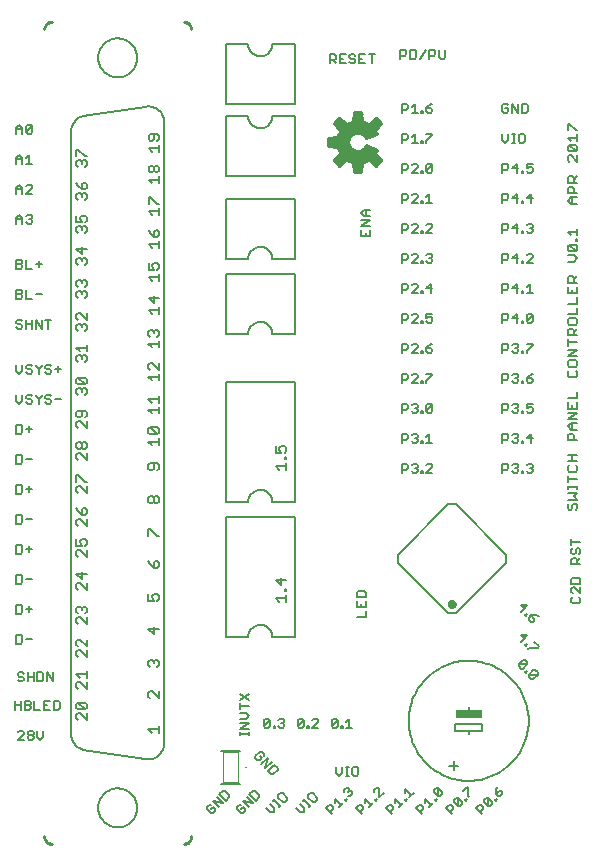
<source format=gto>
G75*
%MOIN*%
%OFA0B0*%
%FSLAX24Y24*%
%IPPOS*%
%LPD*%
%AMOC8*
5,1,8,0,0,1.08239X$1,22.5*
%
%ADD10C,0.0050*%
%ADD11C,0.0200*%
%ADD12C,0.0060*%
%ADD13C,0.0100*%
%ADD14C,0.0004*%
%ADD15C,0.0030*%
%ADD16R,0.0900X0.0250*%
D10*
X002775Y004462D02*
X002975Y004662D01*
X002975Y004712D01*
X002925Y004762D01*
X002825Y004762D01*
X002775Y004712D01*
X002775Y004462D02*
X002975Y004462D01*
X003097Y004512D02*
X003097Y004562D01*
X003147Y004612D01*
X003247Y004612D01*
X003297Y004562D01*
X003297Y004512D01*
X003247Y004462D01*
X003147Y004462D01*
X003097Y004512D01*
X003147Y004612D02*
X003097Y004662D01*
X003097Y004712D01*
X003147Y004762D01*
X003247Y004762D01*
X003297Y004712D01*
X003297Y004662D01*
X003247Y004612D01*
X003420Y004562D02*
X003520Y004462D01*
X003620Y004562D01*
X003620Y004762D01*
X003420Y004762D02*
X003420Y004562D01*
X003320Y005462D02*
X003520Y005462D01*
X003642Y005462D02*
X003642Y005762D01*
X003842Y005762D01*
X003964Y005762D02*
X004114Y005762D01*
X004164Y005712D01*
X004164Y005512D01*
X004114Y005462D01*
X003964Y005462D01*
X003964Y005762D01*
X003742Y005612D02*
X003642Y005612D01*
X003642Y005462D02*
X003842Y005462D01*
X003320Y005462D02*
X003320Y005762D01*
X003197Y005712D02*
X003197Y005662D01*
X003147Y005612D01*
X002997Y005612D01*
X002875Y005612D02*
X002675Y005612D01*
X002675Y005462D02*
X002675Y005762D01*
X002875Y005762D02*
X002875Y005462D01*
X002997Y005462D02*
X003147Y005462D01*
X003197Y005512D01*
X003197Y005562D01*
X003147Y005612D01*
X003197Y005712D02*
X003147Y005762D01*
X002997Y005762D01*
X002997Y005462D01*
X002925Y006412D02*
X002825Y006412D01*
X002775Y006462D01*
X002825Y006562D02*
X002925Y006562D01*
X002975Y006512D01*
X002975Y006462D01*
X002925Y006412D01*
X003097Y006412D02*
X003097Y006712D01*
X002975Y006662D02*
X002925Y006712D01*
X002825Y006712D01*
X002775Y006662D01*
X002775Y006612D01*
X002825Y006562D01*
X003097Y006562D02*
X003297Y006562D01*
X003297Y006712D02*
X003297Y006412D01*
X003420Y006412D02*
X003570Y006412D01*
X003620Y006462D01*
X003620Y006662D01*
X003570Y006712D01*
X003420Y006712D01*
X003420Y006412D01*
X003742Y006412D02*
X003742Y006712D01*
X003942Y006412D01*
X003942Y006712D01*
X004725Y006636D02*
X005065Y006636D01*
X005065Y006523D02*
X005065Y006749D01*
X004838Y006523D02*
X004725Y006636D01*
X004781Y006390D02*
X004725Y006334D01*
X004725Y006220D01*
X004781Y006163D01*
X004781Y006390D02*
X004838Y006390D01*
X005065Y006163D01*
X005065Y006390D01*
X005008Y005699D02*
X004781Y005699D01*
X005008Y005473D01*
X005065Y005529D01*
X005065Y005643D01*
X005008Y005699D01*
X005008Y005473D02*
X004781Y005473D01*
X004725Y005529D01*
X004725Y005643D01*
X004781Y005699D01*
X004781Y005340D02*
X004725Y005284D01*
X004725Y005170D01*
X004781Y005113D01*
X004781Y005340D02*
X004838Y005340D01*
X005065Y005113D01*
X005065Y005340D01*
X005065Y007213D02*
X004838Y007440D01*
X004781Y007440D01*
X004725Y007384D01*
X004725Y007270D01*
X004781Y007213D01*
X004781Y007573D02*
X004725Y007629D01*
X004725Y007743D01*
X004781Y007799D01*
X004838Y007799D01*
X005065Y007573D01*
X005065Y007799D01*
X005065Y008313D02*
X004838Y008540D01*
X004781Y008540D01*
X004725Y008484D01*
X004725Y008370D01*
X004781Y008313D01*
X005065Y008313D02*
X005065Y008540D01*
X005008Y008673D02*
X005065Y008729D01*
X005065Y008843D01*
X005008Y008899D01*
X004952Y008899D01*
X004895Y008843D01*
X004895Y008786D01*
X004895Y008843D02*
X004838Y008899D01*
X004781Y008899D01*
X004725Y008843D01*
X004725Y008729D01*
X004781Y008673D01*
X004781Y009463D02*
X004725Y009520D01*
X004725Y009634D01*
X004781Y009690D01*
X004838Y009690D01*
X005065Y009463D01*
X005065Y009690D01*
X004895Y009823D02*
X004895Y010049D01*
X005065Y009993D02*
X004725Y009993D01*
X004895Y009823D01*
X004781Y010563D02*
X004725Y010620D01*
X004725Y010734D01*
X004781Y010790D01*
X004838Y010790D01*
X005065Y010563D01*
X005065Y010790D01*
X005008Y010923D02*
X005065Y010979D01*
X005065Y011093D01*
X005008Y011149D01*
X004895Y011149D01*
X004838Y011093D01*
X004838Y011036D01*
X004895Y010923D01*
X004725Y010923D01*
X004725Y011149D01*
X004781Y011593D02*
X004725Y011650D01*
X004725Y011764D01*
X004781Y011820D01*
X004838Y011820D01*
X005065Y011593D01*
X005065Y011820D01*
X005008Y011953D02*
X005065Y012009D01*
X005065Y012123D01*
X005008Y012179D01*
X004952Y012179D01*
X004895Y012123D01*
X004895Y011953D01*
X005008Y011953D01*
X004895Y011953D02*
X004781Y012066D01*
X004725Y012179D01*
X004781Y012693D02*
X004725Y012750D01*
X004725Y012864D01*
X004781Y012920D01*
X004838Y012920D01*
X005065Y012693D01*
X005065Y012920D01*
X005065Y013053D02*
X005008Y013053D01*
X004781Y013279D01*
X004725Y013279D01*
X004725Y013053D01*
X004781Y013793D02*
X004725Y013850D01*
X004725Y013964D01*
X004781Y014020D01*
X004838Y014020D01*
X005065Y013793D01*
X005065Y014020D01*
X005008Y014153D02*
X004952Y014153D01*
X004895Y014209D01*
X004895Y014323D01*
X004952Y014379D01*
X005008Y014379D01*
X005065Y014323D01*
X005065Y014209D01*
X005008Y014153D01*
X004895Y014209D02*
X004838Y014153D01*
X004781Y014153D01*
X004725Y014209D01*
X004725Y014323D01*
X004781Y014379D01*
X004838Y014379D01*
X004895Y014323D01*
X004781Y014843D02*
X004725Y014900D01*
X004725Y015014D01*
X004781Y015070D01*
X004838Y015070D01*
X005065Y014843D01*
X005065Y015070D01*
X005008Y015203D02*
X005065Y015259D01*
X005065Y015373D01*
X005008Y015429D01*
X004781Y015429D01*
X004725Y015373D01*
X004725Y015259D01*
X004781Y015203D01*
X004838Y015203D01*
X004895Y015259D01*
X004895Y015429D01*
X005008Y015943D02*
X005065Y016000D01*
X005065Y016114D01*
X005008Y016170D01*
X004952Y016170D01*
X004895Y016114D01*
X004895Y016057D01*
X004895Y016114D02*
X004838Y016170D01*
X004781Y016170D01*
X004725Y016114D01*
X004725Y016000D01*
X004781Y015943D01*
X004781Y016303D02*
X004725Y016359D01*
X004725Y016473D01*
X004781Y016529D01*
X005008Y016303D01*
X005065Y016359D01*
X005065Y016473D01*
X005008Y016529D01*
X004781Y016529D01*
X004781Y016303D02*
X005008Y016303D01*
X005008Y017043D02*
X005065Y017100D01*
X005065Y017214D01*
X005008Y017270D01*
X004952Y017270D01*
X004895Y017214D01*
X004895Y017157D01*
X004895Y017214D02*
X004838Y017270D01*
X004781Y017270D01*
X004725Y017214D01*
X004725Y017100D01*
X004781Y017043D01*
X004838Y017403D02*
X004725Y017516D01*
X005065Y017516D01*
X005065Y017403D02*
X005065Y017629D01*
X005008Y018093D02*
X005065Y018150D01*
X005065Y018264D01*
X005008Y018320D01*
X004952Y018320D01*
X004895Y018264D01*
X004895Y018207D01*
X004895Y018264D02*
X004838Y018320D01*
X004781Y018320D01*
X004725Y018264D01*
X004725Y018150D01*
X004781Y018093D01*
X004781Y018453D02*
X004725Y018509D01*
X004725Y018623D01*
X004781Y018679D01*
X004838Y018679D01*
X005065Y018453D01*
X005065Y018679D01*
X005008Y019193D02*
X005065Y019250D01*
X005065Y019364D01*
X005008Y019420D01*
X004952Y019420D01*
X004895Y019364D01*
X004895Y019307D01*
X004895Y019364D02*
X004838Y019420D01*
X004781Y019420D01*
X004725Y019364D01*
X004725Y019250D01*
X004781Y019193D01*
X004781Y019553D02*
X004725Y019609D01*
X004725Y019723D01*
X004781Y019779D01*
X004838Y019779D01*
X004895Y019723D01*
X004952Y019779D01*
X005008Y019779D01*
X005065Y019723D01*
X005065Y019609D01*
X005008Y019553D01*
X004895Y019666D02*
X004895Y019723D01*
X005008Y020293D02*
X005065Y020350D01*
X005065Y020464D01*
X005008Y020520D01*
X004952Y020520D01*
X004895Y020464D01*
X004895Y020407D01*
X004895Y020464D02*
X004838Y020520D01*
X004781Y020520D01*
X004725Y020464D01*
X004725Y020350D01*
X004781Y020293D01*
X004895Y020653D02*
X004725Y020823D01*
X005065Y020823D01*
X004895Y020879D02*
X004895Y020653D01*
X005008Y021343D02*
X005065Y021400D01*
X005065Y021514D01*
X005008Y021570D01*
X004952Y021570D01*
X004895Y021514D01*
X004895Y021457D01*
X004895Y021514D02*
X004838Y021570D01*
X004781Y021570D01*
X004725Y021514D01*
X004725Y021400D01*
X004781Y021343D01*
X004725Y021703D02*
X004895Y021703D01*
X004838Y021816D01*
X004838Y021873D01*
X004895Y021929D01*
X005008Y021929D01*
X005065Y021873D01*
X005065Y021759D01*
X005008Y021703D01*
X004725Y021703D02*
X004725Y021929D01*
X004781Y022443D02*
X004725Y022500D01*
X004725Y022614D01*
X004781Y022670D01*
X004838Y022670D01*
X004895Y022614D01*
X004952Y022670D01*
X005008Y022670D01*
X005065Y022614D01*
X005065Y022500D01*
X005008Y022443D01*
X004895Y022557D02*
X004895Y022614D01*
X004895Y022803D02*
X004781Y022916D01*
X004725Y023029D01*
X004895Y022973D02*
X004895Y022803D01*
X005008Y022803D01*
X005065Y022859D01*
X005065Y022973D01*
X005008Y023029D01*
X004952Y023029D01*
X004895Y022973D01*
X005008Y023543D02*
X005065Y023600D01*
X005065Y023714D01*
X005008Y023770D01*
X004952Y023770D01*
X004895Y023714D01*
X004895Y023657D01*
X004895Y023714D02*
X004838Y023770D01*
X004781Y023770D01*
X004725Y023714D01*
X004725Y023600D01*
X004781Y023543D01*
X004725Y023903D02*
X004725Y024129D01*
X004781Y024129D01*
X005008Y023903D01*
X005065Y023903D01*
X003247Y023662D02*
X003047Y023662D01*
X003147Y023662D02*
X003147Y023962D01*
X003047Y023862D01*
X002925Y023862D02*
X002825Y023962D01*
X002725Y023862D01*
X002725Y023662D01*
X002725Y023812D02*
X002925Y023812D01*
X002925Y023862D02*
X002925Y023662D01*
X002825Y022962D02*
X002725Y022862D01*
X002725Y022662D01*
X002725Y022812D02*
X002925Y022812D01*
X002925Y022862D02*
X002925Y022662D01*
X003047Y022662D02*
X003247Y022862D01*
X003247Y022912D01*
X003197Y022962D01*
X003097Y022962D01*
X003047Y022912D01*
X002925Y022862D02*
X002825Y022962D01*
X003047Y022662D02*
X003247Y022662D01*
X003197Y021962D02*
X003247Y021912D01*
X003247Y021862D01*
X003197Y021812D01*
X003247Y021762D01*
X003247Y021712D01*
X003197Y021662D01*
X003097Y021662D01*
X003047Y021712D01*
X002925Y021662D02*
X002925Y021862D01*
X002825Y021962D01*
X002725Y021862D01*
X002725Y021662D01*
X002725Y021812D02*
X002925Y021812D01*
X003047Y021912D02*
X003097Y021962D01*
X003197Y021962D01*
X003197Y021812D02*
X003147Y021812D01*
X003047Y020462D02*
X003047Y020162D01*
X003247Y020162D01*
X003370Y020312D02*
X003570Y020312D01*
X003470Y020412D02*
X003470Y020212D01*
X002925Y020212D02*
X002875Y020162D01*
X002725Y020162D01*
X002725Y020462D01*
X002875Y020462D01*
X002925Y020412D01*
X002925Y020362D01*
X002875Y020312D01*
X002725Y020312D01*
X002875Y020312D02*
X002925Y020262D01*
X002925Y020212D01*
X002875Y019462D02*
X002725Y019462D01*
X002725Y019162D01*
X002875Y019162D01*
X002925Y019212D01*
X002925Y019262D01*
X002875Y019312D01*
X002725Y019312D01*
X002875Y019312D02*
X002925Y019362D01*
X002925Y019412D01*
X002875Y019462D01*
X003047Y019462D02*
X003047Y019162D01*
X003247Y019162D01*
X003370Y019312D02*
X003570Y019312D01*
X003570Y018462D02*
X003570Y018162D01*
X003370Y018462D01*
X003370Y018162D01*
X003247Y018162D02*
X003247Y018462D01*
X003247Y018312D02*
X003047Y018312D01*
X002925Y018262D02*
X002925Y018212D01*
X002875Y018162D01*
X002775Y018162D01*
X002725Y018212D01*
X002775Y018312D02*
X002725Y018362D01*
X002725Y018412D01*
X002775Y018462D01*
X002875Y018462D01*
X002925Y018412D01*
X002875Y018312D02*
X002925Y018262D01*
X002875Y018312D02*
X002775Y018312D01*
X003047Y018162D02*
X003047Y018462D01*
X003692Y018462D02*
X003892Y018462D01*
X003792Y018462D02*
X003792Y018162D01*
X003842Y016962D02*
X003742Y016962D01*
X003692Y016912D01*
X003692Y016862D01*
X003742Y016812D01*
X003842Y016812D01*
X003892Y016762D01*
X003892Y016712D01*
X003842Y016662D01*
X003742Y016662D01*
X003692Y016712D01*
X003470Y016662D02*
X003470Y016812D01*
X003570Y016912D01*
X003570Y016962D01*
X003470Y016812D02*
X003370Y016912D01*
X003370Y016962D01*
X003247Y016912D02*
X003197Y016962D01*
X003097Y016962D01*
X003047Y016912D01*
X003047Y016862D01*
X003097Y016812D01*
X003197Y016812D01*
X003247Y016762D01*
X003247Y016712D01*
X003197Y016662D01*
X003097Y016662D01*
X003047Y016712D01*
X002925Y016762D02*
X002925Y016962D01*
X002725Y016962D02*
X002725Y016762D01*
X002825Y016662D01*
X002925Y016762D01*
X002925Y015962D02*
X002925Y015762D01*
X002825Y015662D01*
X002725Y015762D01*
X002725Y015962D01*
X003047Y015912D02*
X003047Y015862D01*
X003097Y015812D01*
X003197Y015812D01*
X003247Y015762D01*
X003247Y015712D01*
X003197Y015662D01*
X003097Y015662D01*
X003047Y015712D01*
X003047Y015912D02*
X003097Y015962D01*
X003197Y015962D01*
X003247Y015912D01*
X003370Y015912D02*
X003470Y015812D01*
X003470Y015662D01*
X003470Y015812D02*
X003570Y015912D01*
X003570Y015962D01*
X003692Y015912D02*
X003692Y015862D01*
X003742Y015812D01*
X003842Y015812D01*
X003892Y015762D01*
X003892Y015712D01*
X003842Y015662D01*
X003742Y015662D01*
X003692Y015712D01*
X003692Y015912D02*
X003742Y015962D01*
X003842Y015962D01*
X003892Y015912D01*
X004014Y015812D02*
X004214Y015812D01*
X003370Y015912D02*
X003370Y015962D01*
X004114Y016712D02*
X004114Y016912D01*
X004014Y016812D02*
X004214Y016812D01*
X003892Y016912D02*
X003842Y016962D01*
X002875Y014962D02*
X002725Y014962D01*
X002725Y014662D01*
X002875Y014662D01*
X002925Y014712D01*
X002925Y014912D01*
X002875Y014962D01*
X003047Y014812D02*
X003247Y014812D01*
X003147Y014912D02*
X003147Y014712D01*
X002875Y013962D02*
X002725Y013962D01*
X002725Y013662D01*
X002875Y013662D01*
X002925Y013712D01*
X002925Y013912D01*
X002875Y013962D01*
X003047Y013812D02*
X003247Y013812D01*
X003147Y012912D02*
X003147Y012712D01*
X003047Y012812D02*
X003247Y012812D01*
X002925Y012912D02*
X002875Y012962D01*
X002725Y012962D01*
X002725Y012662D01*
X002875Y012662D01*
X002925Y012712D01*
X002925Y012912D01*
X002875Y011962D02*
X002725Y011962D01*
X002725Y011662D01*
X002875Y011662D01*
X002925Y011712D01*
X002925Y011912D01*
X002875Y011962D01*
X003047Y011812D02*
X003247Y011812D01*
X003147Y010912D02*
X003147Y010712D01*
X003047Y010812D02*
X003247Y010812D01*
X002925Y010712D02*
X002925Y010912D01*
X002875Y010962D01*
X002725Y010962D01*
X002725Y010662D01*
X002875Y010662D01*
X002925Y010712D01*
X002875Y009962D02*
X002725Y009962D01*
X002725Y009662D01*
X002875Y009662D01*
X002925Y009712D01*
X002925Y009912D01*
X002875Y009962D01*
X003047Y009812D02*
X003247Y009812D01*
X003147Y008912D02*
X003147Y008712D01*
X003047Y008812D02*
X003247Y008812D01*
X002925Y008912D02*
X002875Y008962D01*
X002725Y008962D01*
X002725Y008662D01*
X002875Y008662D01*
X002925Y008712D01*
X002925Y008912D01*
X002875Y007962D02*
X002725Y007962D01*
X002725Y007662D01*
X002875Y007662D01*
X002925Y007712D01*
X002925Y007912D01*
X002875Y007962D01*
X003047Y007812D02*
X003247Y007812D01*
X005065Y007440D02*
X005065Y007213D01*
X007125Y007063D02*
X007181Y007119D01*
X007238Y007119D01*
X007295Y007063D01*
X007352Y007119D01*
X007408Y007119D01*
X007465Y007063D01*
X007465Y006949D01*
X007408Y006893D01*
X007295Y007006D02*
X007295Y007063D01*
X007125Y007063D02*
X007125Y006949D01*
X007181Y006893D01*
X007181Y006069D02*
X007125Y006013D01*
X007125Y005899D01*
X007181Y005843D01*
X007181Y006069D02*
X007238Y006069D01*
X007465Y005843D01*
X007465Y006069D01*
X007465Y004919D02*
X007465Y004693D01*
X007465Y004806D02*
X007125Y004806D01*
X007238Y004693D01*
X009266Y002412D02*
X009619Y002341D01*
X009407Y002554D01*
X009493Y002640D02*
X009600Y002746D01*
X009670Y002746D01*
X009812Y002605D01*
X009812Y002534D01*
X009706Y002428D01*
X009493Y002640D01*
X009266Y002412D02*
X009478Y002200D01*
X009356Y002149D02*
X009285Y002220D01*
X009215Y002149D01*
X009356Y002149D02*
X009356Y002078D01*
X009285Y002007D01*
X009215Y002007D01*
X009073Y002149D01*
X009073Y002220D01*
X009144Y002290D01*
X009215Y002290D01*
X009535Y002978D02*
X010165Y002978D01*
X010493Y002640D02*
X010600Y002746D01*
X010670Y002746D01*
X010812Y002605D01*
X010812Y002534D01*
X010706Y002428D01*
X010493Y002640D01*
X010407Y002554D02*
X010619Y002341D01*
X010266Y002412D01*
X010478Y002200D01*
X010356Y002149D02*
X010285Y002220D01*
X010215Y002149D01*
X010356Y002149D02*
X010356Y002078D01*
X010285Y002007D01*
X010215Y002007D01*
X010073Y002149D01*
X010073Y002220D01*
X010144Y002290D01*
X010215Y002290D01*
X011038Y002184D02*
X011179Y002043D01*
X011321Y002043D01*
X011321Y002184D01*
X011179Y002326D01*
X011266Y002412D02*
X011336Y002483D01*
X011301Y002448D02*
X011513Y002235D01*
X011478Y002200D02*
X011549Y002271D01*
X011594Y002387D02*
X011453Y002529D01*
X011453Y002600D01*
X011524Y002670D01*
X011594Y002670D01*
X011736Y002529D01*
X011736Y002458D01*
X011665Y002387D01*
X011594Y002387D01*
X012038Y002184D02*
X012179Y002043D01*
X012321Y002043D01*
X012321Y002184D01*
X012179Y002326D01*
X012266Y002412D02*
X012336Y002483D01*
X012301Y002448D02*
X012513Y002235D01*
X012478Y002200D02*
X012549Y002271D01*
X012594Y002387D02*
X012665Y002387D01*
X012736Y002458D01*
X012736Y002529D01*
X012594Y002670D01*
X012524Y002670D01*
X012453Y002600D01*
X012453Y002529D01*
X012594Y002387D01*
X013038Y002184D02*
X013144Y002290D01*
X013215Y002290D01*
X013285Y002220D01*
X013285Y002149D01*
X013179Y002043D01*
X013250Y001972D02*
X013038Y002184D01*
X013336Y002341D02*
X013336Y002483D01*
X013549Y002271D01*
X013619Y002341D02*
X013478Y002200D01*
X013706Y002428D02*
X013741Y002463D01*
X013706Y002499D01*
X013670Y002463D01*
X013706Y002428D01*
X013784Y002577D02*
X013855Y002577D01*
X013926Y002648D01*
X013926Y002719D01*
X013890Y002754D01*
X013820Y002754D01*
X013784Y002719D01*
X013820Y002754D02*
X013820Y002825D01*
X013784Y002860D01*
X013714Y002860D01*
X013643Y002789D01*
X013643Y002719D01*
X013697Y003262D02*
X013797Y003262D01*
X013747Y003262D02*
X013747Y003562D01*
X013697Y003562D02*
X013797Y003562D01*
X013912Y003512D02*
X013912Y003312D01*
X013962Y003262D01*
X014062Y003262D01*
X014112Y003312D01*
X014112Y003512D01*
X014062Y003562D01*
X013962Y003562D01*
X013912Y003512D01*
X013575Y003562D02*
X013575Y003362D01*
X013475Y003262D01*
X013375Y003362D01*
X013375Y003562D01*
X014336Y002483D02*
X014549Y002271D01*
X014619Y002341D02*
X014478Y002200D01*
X014285Y002220D02*
X014285Y002149D01*
X014179Y002043D01*
X014250Y001972D02*
X014038Y002184D01*
X014144Y002290D01*
X014215Y002290D01*
X014285Y002220D01*
X014336Y002341D02*
X014336Y002483D01*
X014670Y002463D02*
X014706Y002499D01*
X014741Y002463D01*
X014706Y002428D01*
X014670Y002463D01*
X014820Y002542D02*
X014820Y002825D01*
X014784Y002860D01*
X014714Y002860D01*
X014643Y002789D01*
X014643Y002719D01*
X014820Y002542D02*
X014961Y002683D01*
X015336Y002483D02*
X015336Y002341D01*
X015285Y002220D02*
X015285Y002149D01*
X015179Y002043D01*
X015250Y001972D02*
X015038Y002184D01*
X015144Y002290D01*
X015215Y002290D01*
X015285Y002220D01*
X015478Y002200D02*
X015619Y002341D01*
X015549Y002271D02*
X015336Y002483D01*
X015670Y002463D02*
X015706Y002499D01*
X015741Y002463D01*
X015706Y002428D01*
X015670Y002463D01*
X015820Y002542D02*
X015961Y002683D01*
X015890Y002612D02*
X015678Y002825D01*
X015678Y002683D01*
X016144Y002290D02*
X016038Y002184D01*
X016250Y001972D01*
X016179Y002043D02*
X016285Y002149D01*
X016285Y002220D01*
X016215Y002290D01*
X016144Y002290D01*
X016336Y002341D02*
X016336Y002483D01*
X016549Y002271D01*
X016619Y002341D02*
X016478Y002200D01*
X016706Y002428D02*
X016741Y002463D01*
X016706Y002499D01*
X016670Y002463D01*
X016706Y002428D01*
X016784Y002577D02*
X016784Y002860D01*
X016926Y002719D01*
X016926Y002648D01*
X016855Y002577D01*
X016784Y002577D01*
X016643Y002719D01*
X016643Y002789D01*
X016714Y002860D01*
X016784Y002860D01*
X017301Y002448D02*
X017301Y002377D01*
X017442Y002235D01*
X017442Y002518D01*
X017584Y002377D01*
X017584Y002306D01*
X017513Y002235D01*
X017442Y002235D01*
X017285Y002220D02*
X017285Y002149D01*
X017179Y002043D01*
X017250Y001972D02*
X017038Y002184D01*
X017144Y002290D01*
X017215Y002290D01*
X017285Y002220D01*
X017301Y002448D02*
X017372Y002518D01*
X017442Y002518D01*
X017670Y002463D02*
X017706Y002499D01*
X017741Y002463D01*
X017706Y002428D01*
X017670Y002463D01*
X017784Y002577D02*
X017820Y002542D01*
X017784Y002577D02*
X017784Y002860D01*
X017749Y002896D01*
X017607Y002754D01*
X018144Y002290D02*
X018215Y002290D01*
X018285Y002220D01*
X018285Y002149D01*
X018179Y002043D01*
X018250Y001972D02*
X018038Y002184D01*
X018144Y002290D01*
X018301Y002377D02*
X018301Y002448D01*
X018372Y002518D01*
X018442Y002518D01*
X018442Y002235D01*
X018513Y002235D01*
X018584Y002306D01*
X018584Y002377D01*
X018442Y002518D01*
X018301Y002377D02*
X018442Y002235D01*
X018670Y002463D02*
X018706Y002499D01*
X018741Y002463D01*
X018706Y002428D01*
X018670Y002463D01*
X018784Y002577D02*
X018855Y002577D01*
X018926Y002648D01*
X018926Y002719D01*
X018890Y002754D01*
X018820Y002754D01*
X018714Y002648D01*
X018784Y002577D01*
X018714Y002648D02*
X018714Y002789D01*
X018749Y002896D01*
X019883Y006489D02*
X019813Y006559D01*
X019813Y006630D01*
X020096Y006630D01*
X019954Y006489D01*
X019883Y006489D01*
X019813Y006630D02*
X019954Y006772D01*
X020025Y006772D01*
X020096Y006701D01*
X020096Y006630D01*
X019734Y006709D02*
X019699Y006673D01*
X019663Y006709D01*
X019699Y006744D01*
X019734Y006709D01*
X019612Y006831D02*
X019754Y006972D01*
X019471Y006972D01*
X019471Y006901D01*
X019542Y006831D01*
X019612Y006831D01*
X019471Y006972D02*
X019612Y007114D01*
X019683Y007114D01*
X019754Y007043D01*
X019754Y006972D01*
X019777Y007495D02*
X019813Y007530D01*
X020096Y007530D01*
X020131Y007566D01*
X019989Y007707D01*
X019734Y007609D02*
X019699Y007573D01*
X019663Y007609D01*
X019699Y007644D01*
X019734Y007609D01*
X019683Y007801D02*
X019542Y007943D01*
X019754Y007943D01*
X019542Y007731D01*
X019883Y008389D02*
X019954Y008389D01*
X019989Y008424D01*
X019989Y008495D01*
X019883Y008601D01*
X019813Y008530D01*
X019813Y008459D01*
X019883Y008389D01*
X019883Y008601D02*
X020025Y008601D01*
X020131Y008566D01*
X019734Y008609D02*
X019699Y008573D01*
X019663Y008609D01*
X019699Y008644D01*
X019734Y008609D01*
X019683Y008801D02*
X019542Y008943D01*
X019754Y008943D01*
X019542Y008731D01*
X019060Y010354D02*
X017389Y008684D01*
X017111Y008684D01*
X015440Y010354D01*
X015440Y010632D01*
X017111Y012303D01*
X017389Y012303D01*
X019060Y010632D01*
X019060Y010354D01*
X021095Y012167D02*
X021150Y012112D01*
X021205Y012112D01*
X021260Y012167D01*
X021260Y012277D01*
X021315Y012332D01*
X021370Y012332D01*
X021425Y012277D01*
X021425Y012167D01*
X021370Y012112D01*
X021095Y012167D02*
X021095Y012277D01*
X021150Y012332D01*
X021095Y012462D02*
X021425Y012462D01*
X021315Y012572D01*
X021425Y012682D01*
X021095Y012682D01*
X021095Y012811D02*
X021095Y012922D01*
X021095Y012867D02*
X021425Y012867D01*
X021425Y012922D02*
X021425Y012811D01*
X021425Y013155D02*
X021095Y013155D01*
X021095Y013045D02*
X021095Y013265D01*
X021150Y013395D02*
X021370Y013395D01*
X021425Y013450D01*
X021425Y013560D01*
X021370Y013615D01*
X021425Y013745D02*
X021095Y013745D01*
X021150Y013615D02*
X021095Y013560D01*
X021095Y013450D01*
X021150Y013395D01*
X021260Y013745D02*
X021260Y013965D01*
X021095Y013965D02*
X021425Y013965D01*
X021425Y014444D02*
X021095Y014444D01*
X021095Y014609D01*
X021150Y014665D01*
X021260Y014665D01*
X021315Y014609D01*
X021315Y014444D01*
X021260Y014794D02*
X021260Y015014D01*
X021205Y015014D02*
X021425Y015014D01*
X021425Y015144D02*
X021095Y015144D01*
X021425Y015364D01*
X021095Y015364D01*
X021095Y015494D02*
X021425Y015494D01*
X021425Y015714D01*
X021425Y015844D02*
X021425Y016064D01*
X021425Y015844D02*
X021095Y015844D01*
X021095Y015714D02*
X021095Y015494D01*
X021260Y015494D02*
X021260Y015604D01*
X021205Y015014D02*
X021095Y014904D01*
X021205Y014794D01*
X021425Y014794D01*
X019931Y014512D02*
X019731Y014512D01*
X019881Y014662D01*
X019881Y014362D01*
X019620Y014362D02*
X019570Y014362D01*
X019570Y014412D01*
X019620Y014412D01*
X019620Y014362D01*
X019447Y014412D02*
X019397Y014362D01*
X019297Y014362D01*
X019247Y014412D01*
X019347Y014512D02*
X019397Y014512D01*
X019447Y014462D01*
X019447Y014412D01*
X019397Y014512D02*
X019447Y014562D01*
X019447Y014612D01*
X019397Y014662D01*
X019297Y014662D01*
X019247Y014612D01*
X019125Y014612D02*
X019075Y014662D01*
X018925Y014662D01*
X018925Y014362D01*
X018925Y014462D02*
X019075Y014462D01*
X019125Y014512D01*
X019125Y014612D01*
X019297Y015362D02*
X019247Y015412D01*
X019297Y015362D02*
X019397Y015362D01*
X019447Y015412D01*
X019447Y015462D01*
X019397Y015512D01*
X019347Y015512D01*
X019397Y015512D02*
X019447Y015562D01*
X019447Y015612D01*
X019397Y015662D01*
X019297Y015662D01*
X019247Y015612D01*
X019125Y015612D02*
X019125Y015512D01*
X019075Y015462D01*
X018925Y015462D01*
X018925Y015362D02*
X018925Y015662D01*
X019075Y015662D01*
X019125Y015612D01*
X019570Y015412D02*
X019620Y015412D01*
X019620Y015362D01*
X019570Y015362D01*
X019570Y015412D01*
X019731Y015412D02*
X019781Y015362D01*
X019881Y015362D01*
X019931Y015412D01*
X019931Y015512D01*
X019881Y015562D01*
X019831Y015562D01*
X019731Y015512D01*
X019731Y015662D01*
X019931Y015662D01*
X019881Y016362D02*
X019931Y016412D01*
X019931Y016462D01*
X019881Y016512D01*
X019731Y016512D01*
X019731Y016412D01*
X019781Y016362D01*
X019881Y016362D01*
X019731Y016512D02*
X019831Y016612D01*
X019931Y016662D01*
X019620Y016412D02*
X019620Y016362D01*
X019570Y016362D01*
X019570Y016412D01*
X019620Y016412D01*
X019447Y016412D02*
X019397Y016362D01*
X019297Y016362D01*
X019247Y016412D01*
X019347Y016512D02*
X019397Y016512D01*
X019447Y016462D01*
X019447Y016412D01*
X019397Y016512D02*
X019447Y016562D01*
X019447Y016612D01*
X019397Y016662D01*
X019297Y016662D01*
X019247Y016612D01*
X019125Y016612D02*
X019125Y016512D01*
X019075Y016462D01*
X018925Y016462D01*
X018925Y016362D02*
X018925Y016662D01*
X019075Y016662D01*
X019125Y016612D01*
X019297Y017362D02*
X019247Y017412D01*
X019297Y017362D02*
X019397Y017362D01*
X019447Y017412D01*
X019447Y017462D01*
X019397Y017512D01*
X019347Y017512D01*
X019397Y017512D02*
X019447Y017562D01*
X019447Y017612D01*
X019397Y017662D01*
X019297Y017662D01*
X019247Y017612D01*
X019125Y017612D02*
X019075Y017662D01*
X018925Y017662D01*
X018925Y017362D01*
X018925Y017462D02*
X019075Y017462D01*
X019125Y017512D01*
X019125Y017612D01*
X019570Y017412D02*
X019620Y017412D01*
X019620Y017362D01*
X019570Y017362D01*
X019570Y017412D01*
X019731Y017412D02*
X019731Y017362D01*
X019731Y017412D02*
X019931Y017612D01*
X019931Y017662D01*
X019731Y017662D01*
X019781Y018362D02*
X019731Y018412D01*
X019931Y018612D01*
X019931Y018412D01*
X019881Y018362D01*
X019781Y018362D01*
X019731Y018412D02*
X019731Y018612D01*
X019781Y018662D01*
X019881Y018662D01*
X019931Y018612D01*
X019620Y018412D02*
X019620Y018362D01*
X019570Y018362D01*
X019570Y018412D01*
X019620Y018412D01*
X019447Y018512D02*
X019247Y018512D01*
X019397Y018662D01*
X019397Y018362D01*
X019125Y018512D02*
X019125Y018612D01*
X019075Y018662D01*
X018925Y018662D01*
X018925Y018362D01*
X018925Y018462D02*
X019075Y018462D01*
X019125Y018512D01*
X018925Y019362D02*
X018925Y019662D01*
X019075Y019662D01*
X019125Y019612D01*
X019125Y019512D01*
X019075Y019462D01*
X018925Y019462D01*
X019247Y019512D02*
X019447Y019512D01*
X019397Y019362D02*
X019397Y019662D01*
X019247Y019512D01*
X019570Y019412D02*
X019620Y019412D01*
X019620Y019362D01*
X019570Y019362D01*
X019570Y019412D01*
X019731Y019362D02*
X019931Y019362D01*
X019831Y019362D02*
X019831Y019662D01*
X019731Y019562D01*
X019731Y020362D02*
X019931Y020562D01*
X019931Y020612D01*
X019881Y020662D01*
X019781Y020662D01*
X019731Y020612D01*
X019620Y020412D02*
X019620Y020362D01*
X019570Y020362D01*
X019570Y020412D01*
X019620Y020412D01*
X019731Y020362D02*
X019931Y020362D01*
X019447Y020512D02*
X019247Y020512D01*
X019397Y020662D01*
X019397Y020362D01*
X019125Y020512D02*
X019075Y020462D01*
X018925Y020462D01*
X018925Y020362D02*
X018925Y020662D01*
X019075Y020662D01*
X019125Y020612D01*
X019125Y020512D01*
X018925Y021362D02*
X018925Y021662D01*
X019075Y021662D01*
X019125Y021612D01*
X019125Y021512D01*
X019075Y021462D01*
X018925Y021462D01*
X019247Y021512D02*
X019397Y021662D01*
X019397Y021362D01*
X019447Y021512D02*
X019247Y021512D01*
X019570Y021412D02*
X019620Y021412D01*
X019620Y021362D01*
X019570Y021362D01*
X019570Y021412D01*
X019731Y021412D02*
X019781Y021362D01*
X019881Y021362D01*
X019931Y021412D01*
X019931Y021462D01*
X019881Y021512D01*
X019831Y021512D01*
X019881Y021512D02*
X019931Y021562D01*
X019931Y021612D01*
X019881Y021662D01*
X019781Y021662D01*
X019731Y021612D01*
X019620Y022362D02*
X019570Y022362D01*
X019570Y022412D01*
X019620Y022412D01*
X019620Y022362D01*
X019731Y022512D02*
X019931Y022512D01*
X019881Y022362D02*
X019881Y022662D01*
X019731Y022512D01*
X019447Y022512D02*
X019247Y022512D01*
X019397Y022662D01*
X019397Y022362D01*
X019125Y022512D02*
X019075Y022462D01*
X018925Y022462D01*
X018925Y022362D02*
X018925Y022662D01*
X019075Y022662D01*
X019125Y022612D01*
X019125Y022512D01*
X018925Y023362D02*
X018925Y023662D01*
X019075Y023662D01*
X019125Y023612D01*
X019125Y023512D01*
X019075Y023462D01*
X018925Y023462D01*
X019247Y023512D02*
X019397Y023662D01*
X019397Y023362D01*
X019447Y023512D02*
X019247Y023512D01*
X019570Y023412D02*
X019620Y023412D01*
X019620Y023362D01*
X019570Y023362D01*
X019570Y023412D01*
X019731Y023412D02*
X019781Y023362D01*
X019881Y023362D01*
X019931Y023412D01*
X019931Y023512D01*
X019881Y023562D01*
X019831Y023562D01*
X019731Y023512D01*
X019731Y023662D01*
X019931Y023662D01*
X019612Y024362D02*
X019662Y024412D01*
X019662Y024612D01*
X019612Y024662D01*
X019512Y024662D01*
X019462Y024612D01*
X019462Y024412D01*
X019512Y024362D01*
X019612Y024362D01*
X019347Y024362D02*
X019247Y024362D01*
X019297Y024362D02*
X019297Y024662D01*
X019247Y024662D02*
X019347Y024662D01*
X019125Y024662D02*
X019125Y024462D01*
X019025Y024362D01*
X018925Y024462D01*
X018925Y024662D01*
X018975Y025362D02*
X019075Y025362D01*
X019125Y025412D01*
X019125Y025512D01*
X019025Y025512D01*
X018925Y025612D02*
X018925Y025412D01*
X018975Y025362D01*
X018925Y025612D02*
X018975Y025662D01*
X019075Y025662D01*
X019125Y025612D01*
X019247Y025662D02*
X019247Y025362D01*
X019447Y025362D02*
X019247Y025662D01*
X019447Y025662D02*
X019447Y025362D01*
X019570Y025362D02*
X019720Y025362D01*
X019770Y025412D01*
X019770Y025612D01*
X019720Y025662D01*
X019570Y025662D01*
X019570Y025362D01*
X021095Y024986D02*
X021095Y024766D01*
X021095Y024986D02*
X021150Y024986D01*
X021370Y024766D01*
X021425Y024766D01*
X021425Y024637D02*
X021425Y024416D01*
X021425Y024527D02*
X021095Y024527D01*
X021205Y024416D01*
X021150Y024287D02*
X021370Y024287D01*
X021425Y024232D01*
X021425Y024122D01*
X021370Y024067D01*
X021150Y024287D01*
X021095Y024232D01*
X021095Y024122D01*
X021150Y024067D01*
X021370Y024067D01*
X021425Y023937D02*
X021425Y023717D01*
X021205Y023937D01*
X021150Y023937D01*
X021095Y023882D01*
X021095Y023772D01*
X021150Y023717D01*
X021150Y023237D02*
X021260Y023237D01*
X021315Y023182D01*
X021315Y023017D01*
X021315Y023127D02*
X021425Y023237D01*
X021425Y023017D02*
X021095Y023017D01*
X021095Y023182D01*
X021150Y023237D01*
X021150Y022887D02*
X021260Y022887D01*
X021315Y022832D01*
X021315Y022667D01*
X021425Y022667D02*
X021095Y022667D01*
X021095Y022832D01*
X021150Y022887D01*
X021205Y022537D02*
X021095Y022427D01*
X021205Y022317D01*
X021425Y022317D01*
X021260Y022317D02*
X021260Y022537D01*
X021205Y022537D02*
X021425Y022537D01*
X021425Y021488D02*
X021425Y021267D01*
X021425Y021377D02*
X021095Y021377D01*
X021205Y021267D01*
X021370Y021147D02*
X021425Y021147D01*
X021425Y021092D01*
X021370Y021092D01*
X021370Y021147D01*
X021370Y020963D02*
X021425Y020908D01*
X021425Y020798D01*
X021370Y020742D01*
X021150Y020963D01*
X021370Y020963D01*
X021150Y020963D02*
X021095Y020908D01*
X021095Y020798D01*
X021150Y020742D01*
X021370Y020742D01*
X021315Y020613D02*
X021095Y020613D01*
X021315Y020613D02*
X021425Y020503D01*
X021315Y020393D01*
X021095Y020393D01*
X021150Y019913D02*
X021260Y019913D01*
X021315Y019858D01*
X021315Y019693D01*
X021315Y019803D02*
X021425Y019913D01*
X021425Y019693D02*
X021095Y019693D01*
X021095Y019858D01*
X021150Y019913D01*
X021095Y019563D02*
X021095Y019343D01*
X021425Y019343D01*
X021425Y019563D01*
X021260Y019453D02*
X021260Y019343D01*
X021425Y019213D02*
X021425Y018993D01*
X021095Y018993D01*
X021095Y018643D02*
X021425Y018643D01*
X021425Y018863D01*
X021370Y018513D02*
X021150Y018513D01*
X021095Y018458D01*
X021095Y018348D01*
X021150Y018293D01*
X021370Y018293D01*
X021425Y018348D01*
X021425Y018458D01*
X021370Y018513D01*
X021425Y018163D02*
X021315Y018053D01*
X021315Y018108D02*
X021315Y017943D01*
X021425Y017943D02*
X021095Y017943D01*
X021095Y018108D01*
X021150Y018163D01*
X021260Y018163D01*
X021315Y018108D01*
X021095Y017814D02*
X021095Y017593D01*
X021095Y017703D02*
X021425Y017703D01*
X021425Y017464D02*
X021095Y017464D01*
X021095Y017244D02*
X021425Y017464D01*
X021425Y017244D02*
X021095Y017244D01*
X021150Y017114D02*
X021095Y017059D01*
X021095Y016949D01*
X021150Y016894D01*
X021370Y016894D01*
X021425Y016949D01*
X021425Y017059D01*
X021370Y017114D01*
X021150Y017114D01*
X021150Y016764D02*
X021095Y016709D01*
X021095Y016599D01*
X021150Y016544D01*
X021370Y016544D01*
X021425Y016599D01*
X021425Y016709D01*
X021370Y016764D01*
X019881Y013662D02*
X019931Y013612D01*
X019931Y013562D01*
X019881Y013512D01*
X019931Y013462D01*
X019931Y013412D01*
X019881Y013362D01*
X019781Y013362D01*
X019731Y013412D01*
X019620Y013412D02*
X019620Y013362D01*
X019570Y013362D01*
X019570Y013412D01*
X019620Y013412D01*
X019447Y013412D02*
X019397Y013362D01*
X019297Y013362D01*
X019247Y013412D01*
X019347Y013512D02*
X019397Y013512D01*
X019447Y013462D01*
X019447Y013412D01*
X019397Y013512D02*
X019447Y013562D01*
X019447Y013612D01*
X019397Y013662D01*
X019297Y013662D01*
X019247Y013612D01*
X019125Y013612D02*
X019125Y013512D01*
X019075Y013462D01*
X018925Y013462D01*
X018925Y013362D02*
X018925Y013662D01*
X019075Y013662D01*
X019125Y013612D01*
X019731Y013612D02*
X019781Y013662D01*
X019881Y013662D01*
X019881Y013512D02*
X019831Y013512D01*
X021225Y011156D02*
X021225Y010956D01*
X021225Y011056D02*
X021525Y011056D01*
X021475Y010834D02*
X021525Y010784D01*
X021525Y010684D01*
X021475Y010634D01*
X021375Y010684D02*
X021375Y010784D01*
X021425Y010834D01*
X021475Y010834D01*
X021375Y010684D02*
X021325Y010634D01*
X021275Y010634D01*
X021225Y010684D01*
X021225Y010784D01*
X021275Y010834D01*
X021275Y010512D02*
X021375Y010512D01*
X021425Y010462D01*
X021425Y010312D01*
X021425Y010412D02*
X021525Y010512D01*
X021525Y010312D02*
X021225Y010312D01*
X021225Y010462D01*
X021275Y010512D01*
X021275Y009856D02*
X021225Y009806D01*
X021225Y009656D01*
X021525Y009656D01*
X021525Y009806D01*
X021475Y009856D01*
X021275Y009856D01*
X021275Y009534D02*
X021225Y009484D01*
X021225Y009384D01*
X021275Y009334D01*
X021275Y009212D02*
X021225Y009162D01*
X021225Y009062D01*
X021275Y009012D01*
X021475Y009012D01*
X021525Y009062D01*
X021525Y009162D01*
X021475Y009212D01*
X021525Y009334D02*
X021325Y009534D01*
X021275Y009534D01*
X021525Y009534D02*
X021525Y009334D01*
X016581Y013362D02*
X016381Y013362D01*
X016581Y013562D01*
X016581Y013612D01*
X016531Y013662D01*
X016431Y013662D01*
X016381Y013612D01*
X016270Y013412D02*
X016270Y013362D01*
X016220Y013362D01*
X016220Y013412D01*
X016270Y013412D01*
X016097Y013412D02*
X016097Y013462D01*
X016047Y013512D01*
X015997Y013512D01*
X016047Y013512D02*
X016097Y013562D01*
X016097Y013612D01*
X016047Y013662D01*
X015947Y013662D01*
X015897Y013612D01*
X015775Y013612D02*
X015775Y013512D01*
X015725Y013462D01*
X015575Y013462D01*
X015575Y013362D02*
X015575Y013662D01*
X015725Y013662D01*
X015775Y013612D01*
X015897Y013412D02*
X015947Y013362D01*
X016047Y013362D01*
X016097Y013412D01*
X016047Y014362D02*
X015947Y014362D01*
X015897Y014412D01*
X015997Y014512D02*
X016047Y014512D01*
X016097Y014462D01*
X016097Y014412D01*
X016047Y014362D01*
X016047Y014512D02*
X016097Y014562D01*
X016097Y014612D01*
X016047Y014662D01*
X015947Y014662D01*
X015897Y014612D01*
X015775Y014612D02*
X015725Y014662D01*
X015575Y014662D01*
X015575Y014362D01*
X015575Y014462D02*
X015725Y014462D01*
X015775Y014512D01*
X015775Y014612D01*
X016220Y014412D02*
X016270Y014412D01*
X016270Y014362D01*
X016220Y014362D01*
X016220Y014412D01*
X016381Y014362D02*
X016581Y014362D01*
X016481Y014362D02*
X016481Y014662D01*
X016381Y014562D01*
X016431Y015362D02*
X016381Y015412D01*
X016581Y015612D01*
X016581Y015412D01*
X016531Y015362D01*
X016431Y015362D01*
X016381Y015412D02*
X016381Y015612D01*
X016431Y015662D01*
X016531Y015662D01*
X016581Y015612D01*
X016270Y015412D02*
X016270Y015362D01*
X016220Y015362D01*
X016220Y015412D01*
X016270Y015412D01*
X016097Y015412D02*
X016047Y015362D01*
X015947Y015362D01*
X015897Y015412D01*
X015997Y015512D02*
X016047Y015512D01*
X016097Y015462D01*
X016097Y015412D01*
X016047Y015512D02*
X016097Y015562D01*
X016097Y015612D01*
X016047Y015662D01*
X015947Y015662D01*
X015897Y015612D01*
X015775Y015612D02*
X015775Y015512D01*
X015725Y015462D01*
X015575Y015462D01*
X015575Y015362D02*
X015575Y015662D01*
X015725Y015662D01*
X015775Y015612D01*
X015897Y016362D02*
X016097Y016562D01*
X016097Y016612D01*
X016047Y016662D01*
X015947Y016662D01*
X015897Y016612D01*
X015775Y016612D02*
X015775Y016512D01*
X015725Y016462D01*
X015575Y016462D01*
X015575Y016362D02*
X015575Y016662D01*
X015725Y016662D01*
X015775Y016612D01*
X015897Y016362D02*
X016097Y016362D01*
X016220Y016362D02*
X016270Y016362D01*
X016270Y016412D01*
X016220Y016412D01*
X016220Y016362D01*
X016381Y016362D02*
X016381Y016412D01*
X016581Y016612D01*
X016581Y016662D01*
X016381Y016662D01*
X016431Y017362D02*
X016531Y017362D01*
X016581Y017412D01*
X016581Y017462D01*
X016531Y017512D01*
X016381Y017512D01*
X016381Y017412D01*
X016431Y017362D01*
X016381Y017512D02*
X016481Y017612D01*
X016581Y017662D01*
X016270Y017412D02*
X016270Y017362D01*
X016220Y017362D01*
X016220Y017412D01*
X016270Y017412D01*
X016097Y017362D02*
X015897Y017362D01*
X016097Y017562D01*
X016097Y017612D01*
X016047Y017662D01*
X015947Y017662D01*
X015897Y017612D01*
X015775Y017612D02*
X015725Y017662D01*
X015575Y017662D01*
X015575Y017362D01*
X015575Y017462D02*
X015725Y017462D01*
X015775Y017512D01*
X015775Y017612D01*
X015897Y018362D02*
X016097Y018562D01*
X016097Y018612D01*
X016047Y018662D01*
X015947Y018662D01*
X015897Y018612D01*
X015775Y018612D02*
X015775Y018512D01*
X015725Y018462D01*
X015575Y018462D01*
X015575Y018362D02*
X015575Y018662D01*
X015725Y018662D01*
X015775Y018612D01*
X015897Y018362D02*
X016097Y018362D01*
X016220Y018362D02*
X016270Y018362D01*
X016270Y018412D01*
X016220Y018412D01*
X016220Y018362D01*
X016381Y018412D02*
X016431Y018362D01*
X016531Y018362D01*
X016581Y018412D01*
X016581Y018512D01*
X016531Y018562D01*
X016481Y018562D01*
X016381Y018512D01*
X016381Y018662D01*
X016581Y018662D01*
X016531Y019362D02*
X016531Y019662D01*
X016381Y019512D01*
X016581Y019512D01*
X016270Y019412D02*
X016270Y019362D01*
X016220Y019362D01*
X016220Y019412D01*
X016270Y019412D01*
X016097Y019362D02*
X015897Y019362D01*
X016097Y019562D01*
X016097Y019612D01*
X016047Y019662D01*
X015947Y019662D01*
X015897Y019612D01*
X015775Y019612D02*
X015775Y019512D01*
X015725Y019462D01*
X015575Y019462D01*
X015575Y019362D02*
X015575Y019662D01*
X015725Y019662D01*
X015775Y019612D01*
X015897Y020362D02*
X016097Y020562D01*
X016097Y020612D01*
X016047Y020662D01*
X015947Y020662D01*
X015897Y020612D01*
X015775Y020612D02*
X015725Y020662D01*
X015575Y020662D01*
X015575Y020362D01*
X015575Y020462D02*
X015725Y020462D01*
X015775Y020512D01*
X015775Y020612D01*
X015897Y020362D02*
X016097Y020362D01*
X016220Y020362D02*
X016270Y020362D01*
X016270Y020412D01*
X016220Y020412D01*
X016220Y020362D01*
X016381Y020412D02*
X016431Y020362D01*
X016531Y020362D01*
X016581Y020412D01*
X016581Y020462D01*
X016531Y020512D01*
X016481Y020512D01*
X016531Y020512D02*
X016581Y020562D01*
X016581Y020612D01*
X016531Y020662D01*
X016431Y020662D01*
X016381Y020612D01*
X016381Y021362D02*
X016581Y021562D01*
X016581Y021612D01*
X016531Y021662D01*
X016431Y021662D01*
X016381Y021612D01*
X016270Y021412D02*
X016270Y021362D01*
X016220Y021362D01*
X016220Y021412D01*
X016270Y021412D01*
X016381Y021362D02*
X016581Y021362D01*
X016097Y021362D02*
X015897Y021362D01*
X016097Y021562D01*
X016097Y021612D01*
X016047Y021662D01*
X015947Y021662D01*
X015897Y021612D01*
X015775Y021612D02*
X015775Y021512D01*
X015725Y021462D01*
X015575Y021462D01*
X015575Y021362D02*
X015575Y021662D01*
X015725Y021662D01*
X015775Y021612D01*
X015897Y022362D02*
X016097Y022562D01*
X016097Y022612D01*
X016047Y022662D01*
X015947Y022662D01*
X015897Y022612D01*
X015775Y022612D02*
X015775Y022512D01*
X015725Y022462D01*
X015575Y022462D01*
X015575Y022362D02*
X015575Y022662D01*
X015725Y022662D01*
X015775Y022612D01*
X015897Y022362D02*
X016097Y022362D01*
X016220Y022362D02*
X016270Y022362D01*
X016270Y022412D01*
X016220Y022412D01*
X016220Y022362D01*
X016381Y022362D02*
X016581Y022362D01*
X016481Y022362D02*
X016481Y022662D01*
X016381Y022562D01*
X016431Y023362D02*
X016381Y023412D01*
X016581Y023612D01*
X016581Y023412D01*
X016531Y023362D01*
X016431Y023362D01*
X016381Y023412D02*
X016381Y023612D01*
X016431Y023662D01*
X016531Y023662D01*
X016581Y023612D01*
X016270Y023412D02*
X016270Y023362D01*
X016220Y023362D01*
X016220Y023412D01*
X016270Y023412D01*
X016097Y023362D02*
X015897Y023362D01*
X016097Y023562D01*
X016097Y023612D01*
X016047Y023662D01*
X015947Y023662D01*
X015897Y023612D01*
X015775Y023612D02*
X015775Y023512D01*
X015725Y023462D01*
X015575Y023462D01*
X015575Y023362D02*
X015575Y023662D01*
X015725Y023662D01*
X015775Y023612D01*
X015897Y024362D02*
X016097Y024362D01*
X015997Y024362D02*
X015997Y024662D01*
X015897Y024562D01*
X015775Y024612D02*
X015775Y024512D01*
X015725Y024462D01*
X015575Y024462D01*
X015575Y024362D02*
X015575Y024662D01*
X015725Y024662D01*
X015775Y024612D01*
X016220Y024412D02*
X016270Y024412D01*
X016270Y024362D01*
X016220Y024362D01*
X016220Y024412D01*
X016381Y024412D02*
X016581Y024612D01*
X016581Y024662D01*
X016381Y024662D01*
X016381Y024412D02*
X016381Y024362D01*
X016431Y025362D02*
X016531Y025362D01*
X016581Y025412D01*
X016581Y025462D01*
X016531Y025512D01*
X016381Y025512D01*
X016381Y025412D01*
X016431Y025362D01*
X016381Y025512D02*
X016481Y025612D01*
X016581Y025662D01*
X016270Y025412D02*
X016270Y025362D01*
X016220Y025362D01*
X016220Y025412D01*
X016270Y025412D01*
X016097Y025362D02*
X015897Y025362D01*
X015997Y025362D02*
X015997Y025662D01*
X015897Y025562D01*
X015775Y025612D02*
X015775Y025512D01*
X015725Y025462D01*
X015575Y025462D01*
X015575Y025362D02*
X015575Y025662D01*
X015725Y025662D01*
X015775Y025612D01*
X015847Y027162D02*
X015997Y027162D01*
X016047Y027212D01*
X016047Y027412D01*
X015997Y027462D01*
X015847Y027462D01*
X015847Y027162D01*
X015725Y027312D02*
X015675Y027262D01*
X015525Y027262D01*
X015525Y027162D02*
X015525Y027462D01*
X015675Y027462D01*
X015725Y027412D01*
X015725Y027312D01*
X016170Y027162D02*
X016370Y027462D01*
X016492Y027462D02*
X016492Y027162D01*
X016492Y027262D02*
X016642Y027262D01*
X016692Y027312D01*
X016692Y027412D01*
X016642Y027462D01*
X016492Y027462D01*
X016814Y027462D02*
X016814Y027212D01*
X016864Y027162D01*
X016964Y027162D01*
X017014Y027212D01*
X017014Y027462D01*
X014664Y027312D02*
X014464Y027312D01*
X014564Y027312D02*
X014564Y027012D01*
X014342Y027012D02*
X014142Y027012D01*
X014142Y027312D01*
X014342Y027312D01*
X014242Y027162D02*
X014142Y027162D01*
X014020Y027112D02*
X014020Y027062D01*
X013970Y027012D01*
X013870Y027012D01*
X013820Y027062D01*
X013870Y027162D02*
X013820Y027212D01*
X013820Y027262D01*
X013870Y027312D01*
X013970Y027312D01*
X014020Y027262D01*
X013970Y027162D02*
X014020Y027112D01*
X013970Y027162D02*
X013870Y027162D01*
X013697Y027312D02*
X013497Y027312D01*
X013497Y027012D01*
X013697Y027012D01*
X013597Y027162D02*
X013497Y027162D01*
X013375Y027162D02*
X013325Y027112D01*
X013175Y027112D01*
X013275Y027112D02*
X013375Y027012D01*
X013375Y027162D02*
X013375Y027262D01*
X013325Y027312D01*
X013175Y027312D01*
X013175Y027012D01*
X014325Y022106D02*
X014525Y022106D01*
X014375Y022106D02*
X014375Y021906D01*
X014325Y021906D02*
X014525Y021906D01*
X014525Y021784D02*
X014225Y021784D01*
X014325Y021906D02*
X014225Y022006D01*
X014325Y022106D01*
X014525Y021784D02*
X014225Y021584D01*
X014525Y021584D01*
X014525Y021462D02*
X014525Y021262D01*
X014225Y021262D01*
X014225Y021462D01*
X014375Y021362D02*
X014375Y021262D01*
X011667Y014248D02*
X011550Y014248D01*
X011491Y014189D01*
X011491Y014131D01*
X011550Y014014D01*
X011375Y014014D01*
X011375Y014248D01*
X011667Y014248D02*
X011725Y014189D01*
X011725Y014073D01*
X011667Y014014D01*
X011667Y013888D02*
X011725Y013888D01*
X011725Y013830D01*
X011667Y013830D01*
X011667Y013888D01*
X011725Y013695D02*
X011725Y013462D01*
X011725Y013578D02*
X011375Y013578D01*
X011491Y013462D01*
X011550Y009848D02*
X011550Y009614D01*
X011375Y009789D01*
X011725Y009789D01*
X011725Y009488D02*
X011725Y009430D01*
X011667Y009430D01*
X011667Y009488D01*
X011725Y009488D01*
X011725Y009295D02*
X011725Y009062D01*
X011725Y009178D02*
X011375Y009178D01*
X011491Y009062D01*
X014075Y009084D02*
X014075Y008884D01*
X014375Y008884D01*
X014375Y009084D01*
X014375Y009206D02*
X014375Y009356D01*
X014325Y009406D01*
X014125Y009406D01*
X014075Y009356D01*
X014075Y009206D01*
X014375Y009206D01*
X014225Y008984D02*
X014225Y008884D01*
X014375Y008762D02*
X014375Y008562D01*
X014075Y008562D01*
X013814Y005162D02*
X013814Y004862D01*
X013714Y004862D02*
X013915Y004862D01*
X013714Y005062D02*
X013814Y005162D01*
X013603Y004912D02*
X013603Y004862D01*
X013553Y004862D01*
X013553Y004912D01*
X013603Y004912D01*
X013431Y004912D02*
X013381Y004862D01*
X013281Y004862D01*
X013231Y004912D01*
X013431Y005112D01*
X013431Y004912D01*
X013431Y005112D02*
X013381Y005162D01*
X013281Y005162D01*
X013231Y005112D01*
X013231Y004912D01*
X012787Y004862D02*
X012586Y004862D01*
X012787Y005062D01*
X012787Y005112D01*
X012737Y005162D01*
X012636Y005162D01*
X012586Y005112D01*
X012475Y004912D02*
X012475Y004862D01*
X012425Y004862D01*
X012425Y004912D01*
X012475Y004912D01*
X012303Y004912D02*
X012303Y005112D01*
X012103Y004912D01*
X012153Y004862D01*
X012253Y004862D01*
X012303Y004912D01*
X012303Y005112D02*
X012253Y005162D01*
X012153Y005162D01*
X012103Y005112D01*
X012103Y004912D01*
X011659Y004912D02*
X011609Y004862D01*
X011508Y004862D01*
X011458Y004912D01*
X011347Y004912D02*
X011347Y004862D01*
X011297Y004862D01*
X011297Y004912D01*
X011347Y004912D01*
X011175Y004912D02*
X011175Y005112D01*
X010975Y004912D01*
X011025Y004862D01*
X011125Y004862D01*
X011175Y004912D01*
X011175Y005112D02*
X011125Y005162D01*
X011025Y005162D01*
X010975Y005112D01*
X010975Y004912D01*
X010485Y004827D02*
X010185Y004827D01*
X010485Y005027D01*
X010185Y005027D01*
X010185Y005149D02*
X010385Y005149D01*
X010485Y005249D01*
X010385Y005349D01*
X010185Y005349D01*
X010185Y005471D02*
X010185Y005671D01*
X010185Y005571D02*
X010485Y005571D01*
X010485Y005793D02*
X010185Y005994D01*
X010185Y005793D02*
X010485Y005994D01*
X011458Y005112D02*
X011508Y005162D01*
X011609Y005162D01*
X011659Y005112D01*
X011659Y005062D01*
X011609Y005012D01*
X011659Y004962D01*
X011659Y004912D01*
X011609Y005012D02*
X011558Y005012D01*
X010902Y004050D02*
X010831Y004050D01*
X010690Y003908D01*
X010690Y003837D01*
X010760Y003767D01*
X010831Y003767D01*
X010902Y003837D01*
X010831Y003908D01*
X010973Y003908D02*
X010973Y003979D01*
X010902Y004050D01*
X011094Y003857D02*
X010882Y003645D01*
X011024Y003503D02*
X011236Y003716D01*
X011322Y003629D02*
X011428Y003523D01*
X011428Y003452D01*
X011287Y003311D01*
X011216Y003311D01*
X011110Y003417D01*
X011322Y003629D01*
X011094Y003857D02*
X011024Y003503D01*
X010165Y004096D02*
X009535Y004096D01*
X010185Y004612D02*
X010185Y004712D01*
X010185Y004662D02*
X010485Y004662D01*
X010485Y004612D02*
X010485Y004712D01*
X007465Y008163D02*
X007125Y008163D01*
X007295Y007993D01*
X007295Y008219D01*
X007295Y009093D02*
X007238Y009206D01*
X007238Y009263D01*
X007295Y009319D01*
X007408Y009319D01*
X007465Y009263D01*
X007465Y009149D01*
X007408Y009093D01*
X007295Y009093D02*
X007125Y009093D01*
X007125Y009319D01*
X007295Y010193D02*
X007295Y010363D01*
X007352Y010419D01*
X007408Y010419D01*
X007465Y010363D01*
X007465Y010249D01*
X007408Y010193D01*
X007295Y010193D01*
X007181Y010306D01*
X007125Y010419D01*
X007125Y011243D02*
X007125Y011469D01*
X007181Y011469D01*
X007408Y011243D01*
X007465Y011243D01*
X007408Y012343D02*
X007352Y012343D01*
X007295Y012399D01*
X007295Y012513D01*
X007352Y012569D01*
X007408Y012569D01*
X007465Y012513D01*
X007465Y012399D01*
X007408Y012343D01*
X007295Y012399D02*
X007238Y012343D01*
X007181Y012343D01*
X007125Y012399D01*
X007125Y012513D01*
X007181Y012569D01*
X007238Y012569D01*
X007295Y012513D01*
X007238Y013443D02*
X007295Y013499D01*
X007295Y013669D01*
X007408Y013669D02*
X007181Y013669D01*
X007125Y013613D01*
X007125Y013499D01*
X007181Y013443D01*
X007238Y013443D01*
X007408Y013443D02*
X007465Y013499D01*
X007465Y013613D01*
X007408Y013669D01*
X007465Y014283D02*
X007465Y014510D01*
X007465Y014397D02*
X007125Y014397D01*
X007238Y014283D01*
X007181Y014643D02*
X007125Y014699D01*
X007125Y014813D01*
X007181Y014869D01*
X007408Y014643D01*
X007465Y014699D01*
X007465Y014813D01*
X007408Y014869D01*
X007181Y014869D01*
X007181Y014643D02*
X007408Y014643D01*
X007465Y015333D02*
X007465Y015560D01*
X007465Y015447D02*
X007125Y015447D01*
X007238Y015333D01*
X007238Y015693D02*
X007125Y015806D01*
X007465Y015806D01*
X007465Y015693D02*
X007465Y015919D01*
X007465Y016433D02*
X007465Y016660D01*
X007465Y016547D02*
X007125Y016547D01*
X007238Y016433D01*
X007181Y016793D02*
X007125Y016849D01*
X007125Y016963D01*
X007181Y017019D01*
X007238Y017019D01*
X007465Y016793D01*
X007465Y017019D01*
X007465Y017533D02*
X007465Y017760D01*
X007465Y017647D02*
X007125Y017647D01*
X007238Y017533D01*
X007181Y017893D02*
X007125Y017949D01*
X007125Y018063D01*
X007181Y018119D01*
X007238Y018119D01*
X007295Y018063D01*
X007352Y018119D01*
X007408Y018119D01*
X007465Y018063D01*
X007465Y017949D01*
X007408Y017893D01*
X007295Y018006D02*
X007295Y018063D01*
X007248Y018663D02*
X007135Y018777D01*
X007475Y018777D01*
X007475Y018890D02*
X007475Y018663D01*
X007305Y019023D02*
X007305Y019249D01*
X007475Y019193D02*
X007135Y019193D01*
X007305Y019023D01*
X007248Y019763D02*
X007135Y019877D01*
X007475Y019877D01*
X007475Y019990D02*
X007475Y019763D01*
X007418Y020123D02*
X007475Y020179D01*
X007475Y020293D01*
X007418Y020349D01*
X007305Y020349D01*
X007248Y020293D01*
X007248Y020236D01*
X007305Y020123D01*
X007135Y020123D01*
X007135Y020349D01*
X007248Y020863D02*
X007135Y020977D01*
X007475Y020977D01*
X007475Y021090D02*
X007475Y020863D01*
X007418Y021223D02*
X007305Y021223D01*
X007305Y021393D01*
X007362Y021449D01*
X007418Y021449D01*
X007475Y021393D01*
X007475Y021279D01*
X007418Y021223D01*
X007305Y021223D02*
X007191Y021336D01*
X007135Y021449D01*
X007248Y021963D02*
X007135Y022077D01*
X007475Y022077D01*
X007475Y022190D02*
X007475Y021963D01*
X007475Y022323D02*
X007418Y022323D01*
X007191Y022549D01*
X007135Y022549D01*
X007135Y022323D01*
X007248Y023013D02*
X007135Y023127D01*
X007475Y023127D01*
X007475Y023240D02*
X007475Y023013D01*
X007418Y023373D02*
X007362Y023373D01*
X007305Y023429D01*
X007305Y023543D01*
X007362Y023599D01*
X007418Y023599D01*
X007475Y023543D01*
X007475Y023429D01*
X007418Y023373D01*
X007305Y023429D02*
X007248Y023373D01*
X007191Y023373D01*
X007135Y023429D01*
X007135Y023543D01*
X007191Y023599D01*
X007248Y023599D01*
X007305Y023543D01*
X007248Y024063D02*
X007135Y024177D01*
X007475Y024177D01*
X007475Y024290D02*
X007475Y024063D01*
X007418Y024423D02*
X007475Y024479D01*
X007475Y024593D01*
X007418Y024649D01*
X007191Y024649D01*
X007135Y024593D01*
X007135Y024479D01*
X007191Y024423D01*
X007248Y024423D01*
X007305Y024479D01*
X007305Y024649D01*
X003247Y024712D02*
X003197Y024662D01*
X003097Y024662D01*
X003047Y024712D01*
X003247Y024912D01*
X003247Y024712D01*
X003047Y024712D02*
X003047Y024912D01*
X003097Y024962D01*
X003197Y024962D01*
X003247Y024912D01*
X002925Y024862D02*
X002925Y024662D01*
X002925Y024812D02*
X002725Y024812D01*
X002725Y024862D02*
X002825Y024962D01*
X002925Y024862D01*
X002725Y024862D02*
X002725Y024662D01*
D11*
X017200Y008962D02*
X017202Y008975D01*
X017207Y008988D01*
X017216Y008999D01*
X017227Y009006D01*
X017240Y009011D01*
X017253Y009012D01*
X017267Y009009D01*
X017279Y009003D01*
X017289Y008994D01*
X017296Y008982D01*
X017300Y008969D01*
X017300Y008955D01*
X017296Y008942D01*
X017289Y008930D01*
X017279Y008921D01*
X017267Y008915D01*
X017253Y008912D01*
X017240Y008913D01*
X017227Y008918D01*
X017216Y008925D01*
X017207Y008936D01*
X017202Y008949D01*
X017200Y008962D01*
D12*
X017800Y005537D02*
X017800Y005337D01*
X015800Y005087D02*
X015802Y005176D01*
X015808Y005265D01*
X015818Y005354D01*
X015832Y005442D01*
X015849Y005529D01*
X015871Y005615D01*
X015897Y005701D01*
X015926Y005785D01*
X015959Y005868D01*
X015995Y005949D01*
X016036Y006029D01*
X016079Y006106D01*
X016126Y006182D01*
X016177Y006255D01*
X016230Y006326D01*
X016287Y006395D01*
X016347Y006461D01*
X016410Y006525D01*
X016475Y006585D01*
X016543Y006643D01*
X016614Y006697D01*
X016687Y006748D01*
X016762Y006796D01*
X016839Y006841D01*
X016918Y006882D01*
X016999Y006919D01*
X017081Y006953D01*
X017165Y006984D01*
X017250Y007010D01*
X017336Y007033D01*
X017423Y007051D01*
X017511Y007066D01*
X017600Y007077D01*
X017689Y007084D01*
X017778Y007087D01*
X017867Y007086D01*
X017956Y007081D01*
X018044Y007072D01*
X018133Y007059D01*
X018220Y007042D01*
X018307Y007022D01*
X018393Y006997D01*
X018477Y006969D01*
X018560Y006937D01*
X018642Y006901D01*
X018722Y006862D01*
X018800Y006819D01*
X018876Y006773D01*
X018950Y006723D01*
X019022Y006670D01*
X019091Y006614D01*
X019158Y006555D01*
X019222Y006493D01*
X019283Y006429D01*
X019342Y006361D01*
X019397Y006291D01*
X019449Y006219D01*
X019498Y006144D01*
X019543Y006068D01*
X019585Y005989D01*
X019623Y005909D01*
X019658Y005827D01*
X019689Y005743D01*
X019717Y005658D01*
X019740Y005572D01*
X019760Y005485D01*
X019776Y005398D01*
X019788Y005309D01*
X019796Y005221D01*
X019800Y005132D01*
X019800Y005042D01*
X019796Y004953D01*
X019788Y004865D01*
X019776Y004776D01*
X019760Y004689D01*
X019740Y004602D01*
X019717Y004516D01*
X019689Y004431D01*
X019658Y004347D01*
X019623Y004265D01*
X019585Y004185D01*
X019543Y004106D01*
X019498Y004030D01*
X019449Y003955D01*
X019397Y003883D01*
X019342Y003813D01*
X019283Y003745D01*
X019222Y003681D01*
X019158Y003619D01*
X019091Y003560D01*
X019022Y003504D01*
X018950Y003451D01*
X018876Y003401D01*
X018800Y003355D01*
X018722Y003312D01*
X018642Y003273D01*
X018560Y003237D01*
X018477Y003205D01*
X018393Y003177D01*
X018307Y003152D01*
X018220Y003132D01*
X018133Y003115D01*
X018044Y003102D01*
X017956Y003093D01*
X017867Y003088D01*
X017778Y003087D01*
X017689Y003090D01*
X017600Y003097D01*
X017511Y003108D01*
X017423Y003123D01*
X017336Y003141D01*
X017250Y003164D01*
X017165Y003190D01*
X017081Y003221D01*
X016999Y003255D01*
X016918Y003292D01*
X016839Y003333D01*
X016762Y003378D01*
X016687Y003426D01*
X016614Y003477D01*
X016543Y003531D01*
X016475Y003589D01*
X016410Y003649D01*
X016347Y003713D01*
X016287Y003779D01*
X016230Y003848D01*
X016177Y003919D01*
X016126Y003992D01*
X016079Y004068D01*
X016036Y004145D01*
X015995Y004225D01*
X015959Y004306D01*
X015926Y004389D01*
X015897Y004473D01*
X015871Y004559D01*
X015849Y004645D01*
X015832Y004732D01*
X015818Y004820D01*
X015808Y004909D01*
X015802Y004998D01*
X015800Y005087D01*
X017350Y004987D02*
X017350Y004737D01*
X017800Y004737D01*
X018250Y004737D01*
X018250Y004987D01*
X017350Y004987D01*
X017800Y004737D02*
X017800Y004637D01*
X017300Y003737D02*
X017300Y003437D01*
X017150Y003587D02*
X017450Y003587D01*
X012000Y007887D02*
X011250Y007887D01*
X011248Y007926D01*
X011242Y007965D01*
X011233Y008003D01*
X011220Y008040D01*
X011203Y008076D01*
X011183Y008109D01*
X011159Y008141D01*
X011133Y008170D01*
X011104Y008196D01*
X011072Y008220D01*
X011039Y008240D01*
X011003Y008257D01*
X010966Y008270D01*
X010928Y008279D01*
X010889Y008285D01*
X010850Y008287D01*
X010811Y008285D01*
X010772Y008279D01*
X010734Y008270D01*
X010697Y008257D01*
X010661Y008240D01*
X010628Y008220D01*
X010596Y008196D01*
X010567Y008170D01*
X010541Y008141D01*
X010517Y008109D01*
X010497Y008076D01*
X010480Y008040D01*
X010467Y008003D01*
X010458Y007965D01*
X010452Y007926D01*
X010450Y007887D01*
X009700Y007887D01*
X009700Y011887D01*
X012000Y011887D01*
X012000Y007887D01*
X012000Y012387D02*
X011250Y012387D01*
X011248Y012426D01*
X011242Y012465D01*
X011233Y012503D01*
X011220Y012540D01*
X011203Y012576D01*
X011183Y012609D01*
X011159Y012641D01*
X011133Y012670D01*
X011104Y012696D01*
X011072Y012720D01*
X011039Y012740D01*
X011003Y012757D01*
X010966Y012770D01*
X010928Y012779D01*
X010889Y012785D01*
X010850Y012787D01*
X010811Y012785D01*
X010772Y012779D01*
X010734Y012770D01*
X010697Y012757D01*
X010661Y012740D01*
X010628Y012720D01*
X010596Y012696D01*
X010567Y012670D01*
X010541Y012641D01*
X010517Y012609D01*
X010497Y012576D01*
X010480Y012540D01*
X010467Y012503D01*
X010458Y012465D01*
X010452Y012426D01*
X010450Y012387D01*
X009700Y012387D01*
X009700Y016387D01*
X012000Y016387D01*
X012000Y012387D01*
X012000Y017987D02*
X011250Y017987D01*
X011248Y018026D01*
X011242Y018065D01*
X011233Y018103D01*
X011220Y018140D01*
X011203Y018176D01*
X011183Y018209D01*
X011159Y018241D01*
X011133Y018270D01*
X011104Y018296D01*
X011072Y018320D01*
X011039Y018340D01*
X011003Y018357D01*
X010966Y018370D01*
X010928Y018379D01*
X010889Y018385D01*
X010850Y018387D01*
X010811Y018385D01*
X010772Y018379D01*
X010734Y018370D01*
X010697Y018357D01*
X010661Y018340D01*
X010628Y018320D01*
X010596Y018296D01*
X010567Y018270D01*
X010541Y018241D01*
X010517Y018209D01*
X010497Y018176D01*
X010480Y018140D01*
X010467Y018103D01*
X010458Y018065D01*
X010452Y018026D01*
X010450Y017987D01*
X009700Y017987D01*
X009700Y019987D01*
X012000Y019987D01*
X012000Y017987D01*
X012000Y020487D02*
X011250Y020487D01*
X011248Y020526D01*
X011242Y020565D01*
X011233Y020603D01*
X011220Y020640D01*
X011203Y020676D01*
X011183Y020709D01*
X011159Y020741D01*
X011133Y020770D01*
X011104Y020796D01*
X011072Y020820D01*
X011039Y020840D01*
X011003Y020857D01*
X010966Y020870D01*
X010928Y020879D01*
X010889Y020885D01*
X010850Y020887D01*
X010811Y020885D01*
X010772Y020879D01*
X010734Y020870D01*
X010697Y020857D01*
X010661Y020840D01*
X010628Y020820D01*
X010596Y020796D01*
X010567Y020770D01*
X010541Y020741D01*
X010517Y020709D01*
X010497Y020676D01*
X010480Y020640D01*
X010467Y020603D01*
X010458Y020565D01*
X010452Y020526D01*
X010450Y020487D01*
X009700Y020487D01*
X009700Y022487D01*
X012000Y022487D01*
X012000Y020487D01*
X012000Y023237D02*
X009700Y023237D01*
X009700Y025237D01*
X010450Y025237D01*
X010452Y025198D01*
X010458Y025159D01*
X010467Y025121D01*
X010480Y025084D01*
X010497Y025048D01*
X010517Y025015D01*
X010541Y024983D01*
X010567Y024954D01*
X010596Y024928D01*
X010628Y024904D01*
X010661Y024884D01*
X010697Y024867D01*
X010734Y024854D01*
X010772Y024845D01*
X010811Y024839D01*
X010850Y024837D01*
X010889Y024839D01*
X010928Y024845D01*
X010966Y024854D01*
X011003Y024867D01*
X011039Y024884D01*
X011072Y024904D01*
X011104Y024928D01*
X011133Y024954D01*
X011159Y024983D01*
X011183Y025015D01*
X011203Y025048D01*
X011220Y025084D01*
X011233Y025121D01*
X011242Y025159D01*
X011248Y025198D01*
X011250Y025237D01*
X012000Y025237D01*
X012000Y023237D01*
X012000Y025637D02*
X009700Y025637D01*
X009700Y027637D01*
X010450Y027637D01*
X010452Y027598D01*
X010458Y027559D01*
X010467Y027521D01*
X010480Y027484D01*
X010497Y027448D01*
X010517Y027415D01*
X010541Y027383D01*
X010567Y027354D01*
X010596Y027328D01*
X010628Y027304D01*
X010661Y027284D01*
X010697Y027267D01*
X010734Y027254D01*
X010772Y027245D01*
X010811Y027239D01*
X010850Y027237D01*
X010889Y027239D01*
X010928Y027245D01*
X010966Y027254D01*
X011003Y027267D01*
X011039Y027284D01*
X011072Y027304D01*
X011104Y027328D01*
X011133Y027354D01*
X011159Y027383D01*
X011183Y027415D01*
X011203Y027448D01*
X011220Y027484D01*
X011233Y027521D01*
X011242Y027559D01*
X011248Y027598D01*
X011250Y027637D01*
X012000Y027637D01*
X012000Y025637D01*
X007650Y025037D02*
X007650Y004337D01*
X007648Y004292D01*
X007642Y004247D01*
X007633Y004203D01*
X007620Y004160D01*
X007603Y004118D01*
X007583Y004078D01*
X007559Y004040D01*
X007532Y004004D01*
X007502Y003970D01*
X007470Y003939D01*
X007435Y003910D01*
X007397Y003885D01*
X007358Y003863D01*
X007317Y003845D01*
X007274Y003830D01*
X007231Y003819D01*
X007186Y003811D01*
X007141Y003807D01*
X007096Y003808D01*
X007051Y003811D01*
X007007Y003819D01*
X007010Y003817D02*
X004950Y004127D01*
X004956Y004122D02*
X004914Y004134D01*
X004872Y004149D01*
X004832Y004168D01*
X004794Y004191D01*
X004758Y004216D01*
X004724Y004244D01*
X004693Y004275D01*
X004664Y004309D01*
X004638Y004345D01*
X004615Y004383D01*
X004596Y004422D01*
X004579Y004463D01*
X004567Y004506D01*
X004557Y004549D01*
X004552Y004593D01*
X004550Y004637D01*
X004550Y024737D01*
X004552Y024781D01*
X004557Y024824D01*
X004566Y024866D01*
X004578Y024908D01*
X004594Y024949D01*
X004613Y024988D01*
X004636Y025026D01*
X004661Y025061D01*
X004689Y025095D01*
X004720Y025126D01*
X004753Y025154D01*
X004788Y025179D01*
X004825Y025202D01*
X004864Y025221D01*
X004905Y025237D01*
X004947Y025250D01*
X004940Y025247D02*
X007020Y025557D01*
X007016Y025557D02*
X007060Y025564D01*
X007105Y025567D01*
X007149Y025566D01*
X007194Y025562D01*
X007238Y025554D01*
X007281Y025542D01*
X007322Y025527D01*
X007363Y025508D01*
X007402Y025486D01*
X007438Y025461D01*
X007473Y025432D01*
X007505Y025401D01*
X007534Y025368D01*
X007561Y025332D01*
X007584Y025294D01*
X007604Y025254D01*
X007620Y025212D01*
X007633Y025169D01*
X007643Y025126D01*
X007648Y025082D01*
X007650Y025037D01*
X005450Y027187D02*
X005452Y027237D01*
X005458Y027287D01*
X005468Y027337D01*
X005481Y027385D01*
X005498Y027433D01*
X005519Y027479D01*
X005543Y027523D01*
X005571Y027565D01*
X005602Y027605D01*
X005636Y027642D01*
X005673Y027677D01*
X005712Y027708D01*
X005753Y027737D01*
X005797Y027762D01*
X005843Y027784D01*
X005890Y027802D01*
X005938Y027816D01*
X005987Y027827D01*
X006037Y027834D01*
X006087Y027837D01*
X006138Y027836D01*
X006188Y027831D01*
X006238Y027822D01*
X006286Y027810D01*
X006334Y027793D01*
X006380Y027773D01*
X006425Y027750D01*
X006468Y027723D01*
X006508Y027693D01*
X006546Y027660D01*
X006581Y027624D01*
X006614Y027585D01*
X006643Y027544D01*
X006669Y027501D01*
X006692Y027456D01*
X006711Y027409D01*
X006726Y027361D01*
X006738Y027312D01*
X006746Y027262D01*
X006750Y027212D01*
X006750Y027162D01*
X006746Y027112D01*
X006738Y027062D01*
X006726Y027013D01*
X006711Y026965D01*
X006692Y026918D01*
X006669Y026873D01*
X006643Y026830D01*
X006614Y026789D01*
X006581Y026750D01*
X006546Y026714D01*
X006508Y026681D01*
X006468Y026651D01*
X006425Y026624D01*
X006380Y026601D01*
X006334Y026581D01*
X006286Y026564D01*
X006238Y026552D01*
X006188Y026543D01*
X006138Y026538D01*
X006087Y026537D01*
X006037Y026540D01*
X005987Y026547D01*
X005938Y026558D01*
X005890Y026572D01*
X005843Y026590D01*
X005797Y026612D01*
X005753Y026637D01*
X005712Y026666D01*
X005673Y026697D01*
X005636Y026732D01*
X005602Y026769D01*
X005571Y026809D01*
X005543Y026851D01*
X005519Y026895D01*
X005498Y026941D01*
X005481Y026989D01*
X005468Y027037D01*
X005458Y027087D01*
X005452Y027137D01*
X005450Y027187D01*
X005450Y002187D02*
X005452Y002237D01*
X005458Y002287D01*
X005468Y002337D01*
X005481Y002385D01*
X005498Y002433D01*
X005519Y002479D01*
X005543Y002523D01*
X005571Y002565D01*
X005602Y002605D01*
X005636Y002642D01*
X005673Y002677D01*
X005712Y002708D01*
X005753Y002737D01*
X005797Y002762D01*
X005843Y002784D01*
X005890Y002802D01*
X005938Y002816D01*
X005987Y002827D01*
X006037Y002834D01*
X006087Y002837D01*
X006138Y002836D01*
X006188Y002831D01*
X006238Y002822D01*
X006286Y002810D01*
X006334Y002793D01*
X006380Y002773D01*
X006425Y002750D01*
X006468Y002723D01*
X006508Y002693D01*
X006546Y002660D01*
X006581Y002624D01*
X006614Y002585D01*
X006643Y002544D01*
X006669Y002501D01*
X006692Y002456D01*
X006711Y002409D01*
X006726Y002361D01*
X006738Y002312D01*
X006746Y002262D01*
X006750Y002212D01*
X006750Y002162D01*
X006746Y002112D01*
X006738Y002062D01*
X006726Y002013D01*
X006711Y001965D01*
X006692Y001918D01*
X006669Y001873D01*
X006643Y001830D01*
X006614Y001789D01*
X006581Y001750D01*
X006546Y001714D01*
X006508Y001681D01*
X006468Y001651D01*
X006425Y001624D01*
X006380Y001601D01*
X006334Y001581D01*
X006286Y001564D01*
X006238Y001552D01*
X006188Y001543D01*
X006138Y001538D01*
X006087Y001537D01*
X006037Y001540D01*
X005987Y001547D01*
X005938Y001558D01*
X005890Y001572D01*
X005843Y001590D01*
X005797Y001612D01*
X005753Y001637D01*
X005712Y001666D01*
X005673Y001697D01*
X005636Y001732D01*
X005602Y001769D01*
X005571Y001809D01*
X005543Y001851D01*
X005519Y001895D01*
X005498Y001941D01*
X005481Y001989D01*
X005468Y002037D01*
X005458Y002087D01*
X005452Y002137D01*
X005450Y002187D01*
D13*
X003900Y000987D02*
X003870Y000989D01*
X003840Y000994D01*
X003811Y001003D01*
X003784Y001016D01*
X003758Y001031D01*
X003734Y001050D01*
X003713Y001071D01*
X003694Y001095D01*
X003679Y001121D01*
X003666Y001148D01*
X003657Y001177D01*
X003652Y001207D01*
X003650Y001237D01*
X008300Y000987D02*
X008330Y000989D01*
X008360Y000994D01*
X008389Y001003D01*
X008416Y001016D01*
X008442Y001031D01*
X008466Y001050D01*
X008487Y001071D01*
X008506Y001095D01*
X008521Y001121D01*
X008534Y001148D01*
X008543Y001177D01*
X008548Y001207D01*
X008550Y001237D01*
X013978Y023394D02*
X014222Y023394D01*
X014255Y023717D01*
X014363Y023751D01*
X014464Y023804D01*
X014716Y023599D01*
X014888Y023771D01*
X014683Y024022D01*
X014735Y024124D01*
X014389Y024267D01*
X014360Y024213D01*
X014321Y024166D01*
X014274Y024127D01*
X014220Y024098D01*
X014161Y024080D01*
X014100Y024074D01*
X014036Y024081D01*
X013975Y024100D01*
X013919Y024132D01*
X013871Y024174D01*
X013832Y024225D01*
X013805Y024283D01*
X013790Y024346D01*
X013788Y024410D01*
X013800Y024473D01*
X013824Y024533D01*
X013859Y024586D01*
X013905Y024631D01*
X013959Y024666D01*
X014019Y024689D01*
X014083Y024699D01*
X014147Y024696D01*
X014209Y024680D01*
X014266Y024651D01*
X014317Y024612D01*
X014358Y024563D01*
X014389Y024506D01*
X014735Y024650D01*
X014683Y024751D01*
X014888Y025002D01*
X014716Y025175D01*
X014464Y024970D01*
X014363Y025022D01*
X014255Y025057D01*
X014222Y025379D01*
X013978Y025379D01*
X013945Y025057D01*
X013837Y025022D01*
X013736Y024970D01*
X013484Y025175D01*
X013312Y025002D01*
X013517Y024751D01*
X013465Y024650D01*
X013430Y024541D01*
X013107Y024509D01*
X013107Y024265D01*
X013430Y024232D01*
X013465Y024124D01*
X013517Y024022D01*
X013312Y023771D01*
X013484Y023599D01*
X013736Y023804D01*
X013837Y023751D01*
X013945Y023717D01*
X013978Y023394D01*
X014222Y023394D01*
X014255Y023717D01*
X014300Y023731D02*
X013900Y023731D01*
X013945Y023717D02*
X013978Y023394D01*
X013974Y023436D02*
X014226Y023436D01*
X014236Y023534D02*
X013964Y023534D01*
X013954Y023633D02*
X014246Y023633D01*
X014464Y023804D02*
X014716Y023599D01*
X014888Y023771D01*
X014683Y024022D01*
X014685Y024027D02*
X013515Y024027D01*
X013517Y024022D02*
X013312Y023771D01*
X013484Y023599D01*
X013736Y023804D01*
X013647Y023731D02*
X013352Y023731D01*
X013360Y023830D02*
X014840Y023830D01*
X014848Y023731D02*
X014553Y023731D01*
X014674Y023633D02*
X014750Y023633D01*
X014760Y023928D02*
X013440Y023928D01*
X013464Y024125D02*
X013931Y024125D01*
X013834Y024224D02*
X013433Y024224D01*
X013430Y024232D02*
X013107Y024265D01*
X013107Y024509D01*
X013430Y024541D01*
X013455Y024618D02*
X013892Y024618D01*
X013818Y024519D02*
X013213Y024519D01*
X013107Y024421D02*
X013790Y024421D01*
X013796Y024322D02*
X013107Y024322D01*
X013499Y024716D02*
X014701Y024716D01*
X014683Y024751D02*
X014888Y025002D01*
X014716Y025175D01*
X014464Y024970D01*
X014516Y025012D02*
X014879Y025012D01*
X014815Y024913D02*
X013385Y024913D01*
X013312Y025002D02*
X013517Y024751D01*
X013465Y024815D02*
X014735Y024815D01*
X014735Y024650D02*
X014389Y024506D01*
X014382Y024519D02*
X014420Y024519D01*
X014309Y024618D02*
X014658Y024618D01*
X014493Y024224D02*
X014366Y024224D01*
X014389Y024267D02*
X014735Y024124D01*
X014731Y024125D02*
X014271Y024125D01*
X014736Y024650D02*
X014720Y024685D01*
X014703Y024719D01*
X014683Y024752D01*
X014383Y025012D02*
X013817Y025012D01*
X013736Y024970D02*
X013484Y025175D01*
X013312Y025002D01*
X013321Y025012D02*
X013684Y025012D01*
X013563Y025110D02*
X013420Y025110D01*
X013945Y025057D02*
X013978Y025379D01*
X014222Y025379D01*
X014255Y025057D01*
X014249Y025110D02*
X013951Y025110D01*
X013961Y025209D02*
X014239Y025209D01*
X014229Y025307D02*
X013971Y025307D01*
X014637Y025110D02*
X014780Y025110D01*
X014736Y024124D02*
X014720Y024089D01*
X014703Y024055D01*
X014683Y024022D01*
X014388Y024268D02*
X014374Y024237D01*
X014356Y024209D01*
X014336Y024183D01*
X014313Y024159D01*
X014287Y024137D01*
X014259Y024119D01*
X014230Y024103D01*
X014199Y024091D01*
X014166Y024082D01*
X014133Y024077D01*
X014100Y024075D01*
X014100Y024074D02*
X014065Y024076D01*
X014031Y024082D01*
X013998Y024091D01*
X013966Y024104D01*
X013935Y024121D01*
X013907Y024141D01*
X013881Y024163D01*
X013858Y024189D01*
X013837Y024217D01*
X013820Y024247D01*
X013806Y024279D01*
X013796Y024312D01*
X013790Y024346D01*
X013787Y024381D01*
X013788Y024415D01*
X013793Y024450D01*
X013802Y024483D01*
X013815Y024515D01*
X013831Y024546D01*
X013850Y024575D01*
X013872Y024602D01*
X013897Y024625D01*
X013925Y024646D01*
X013955Y024664D01*
X013986Y024679D01*
X014019Y024689D01*
X014053Y024696D01*
X014087Y024700D01*
X014122Y024699D01*
X014156Y024695D01*
X014190Y024687D01*
X014223Y024675D01*
X014254Y024660D01*
X014283Y024641D01*
X014310Y024619D01*
X014334Y024595D01*
X014356Y024567D01*
X014374Y024538D01*
X014389Y024507D01*
X014464Y023804D02*
X014425Y023782D01*
X014384Y023761D01*
X014342Y023744D01*
X014299Y023729D01*
X014255Y023718D01*
X013517Y024023D02*
X013495Y024062D01*
X013474Y024103D01*
X013457Y024145D01*
X013442Y024188D01*
X013431Y024232D01*
X013450Y023633D02*
X013526Y023633D01*
X013736Y024970D02*
X013775Y024992D01*
X013816Y025013D01*
X013858Y025030D01*
X013901Y025045D01*
X013945Y025056D01*
X013517Y024751D02*
X013495Y024712D01*
X013474Y024671D01*
X013457Y024629D01*
X013442Y024586D01*
X013431Y024542D01*
X013736Y023804D02*
X013775Y023782D01*
X013816Y023761D01*
X013858Y023744D01*
X013901Y023729D01*
X013945Y023718D01*
X014464Y024970D02*
X014425Y024992D01*
X014384Y025013D01*
X014342Y025030D01*
X014299Y025045D01*
X014255Y025056D01*
X008550Y028137D02*
X008548Y028167D01*
X008543Y028197D01*
X008534Y028226D01*
X008521Y028253D01*
X008506Y028279D01*
X008487Y028303D01*
X008466Y028324D01*
X008442Y028343D01*
X008416Y028358D01*
X008389Y028371D01*
X008360Y028380D01*
X008330Y028385D01*
X008300Y028387D01*
X003900Y028387D02*
X003870Y028385D01*
X003840Y028380D01*
X003811Y028371D01*
X003784Y028358D01*
X003758Y028343D01*
X003734Y028324D01*
X003713Y028303D01*
X003694Y028279D01*
X003679Y028253D01*
X003666Y028226D01*
X003657Y028197D01*
X003652Y028167D01*
X003650Y028137D01*
D14*
X010358Y003537D02*
X010362Y003537D01*
D15*
X010110Y003037D02*
X009594Y003037D01*
X009594Y004041D01*
X010110Y004041D01*
X010110Y003037D01*
D16*
X017800Y005312D03*
M02*

</source>
